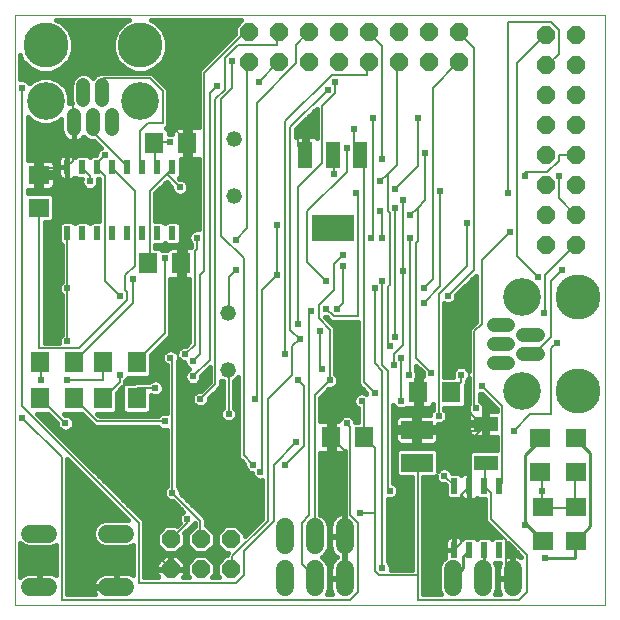
<source format=gbl>
G75*
%MOIN*%
%OFA0B0*%
%FSLAX25Y25*%
%IPPOS*%
%LPD*%
%AMOC8*
5,1,8,0,0,1.08239X$1,22.5*
%
%ADD10C,0.00000*%
%ADD11C,0.06000*%
%ADD12R,0.10630X0.06299*%
%ADD13OC8,0.06000*%
%ADD14R,0.02362X0.05512*%
%ADD15R,0.08000X0.05000*%
%ADD16R,0.07098X0.06299*%
%ADD17C,0.15000*%
%ADD18C,0.12598*%
%ADD19C,0.04756*%
%ADD20R,0.04800X0.08800*%
%ADD21R,0.14173X0.08661*%
%ADD22R,0.06299X0.07087*%
%ADD23R,0.06299X0.07098*%
%ADD24C,0.05200*%
%ADD25R,0.02362X0.04724*%
%ADD26R,0.07087X0.06299*%
%ADD27C,0.00500*%
%ADD28C,0.02400*%
%ADD29C,0.01600*%
%ADD30C,0.01000*%
D10*
X0002550Y0001000D02*
X0002550Y0197850D01*
X0199400Y0197850D01*
X0199400Y0001000D01*
X0002550Y0001000D01*
D11*
X0007750Y0007100D02*
X0013750Y0007100D01*
X0013750Y0024900D02*
X0007750Y0024900D01*
X0033350Y0024900D02*
X0039350Y0024900D01*
X0039350Y0007100D02*
X0033350Y0007100D01*
X0092550Y0007000D02*
X0092550Y0013000D01*
X0092550Y0021000D02*
X0092550Y0027000D01*
X0102550Y0027000D02*
X0102550Y0021000D01*
X0102550Y0013000D02*
X0102550Y0007000D01*
X0112550Y0007000D02*
X0112550Y0013000D01*
X0112550Y0021000D02*
X0112550Y0027000D01*
X0148550Y0013000D02*
X0148550Y0007000D01*
X0158550Y0007000D02*
X0158550Y0013000D01*
X0168550Y0013000D02*
X0168550Y0007000D01*
D12*
X0136550Y0048488D03*
X0136550Y0059512D03*
D13*
X0074550Y0023000D03*
X0074550Y0013000D03*
X0064550Y0013000D03*
X0064550Y0023000D03*
X0054550Y0023000D03*
X0054550Y0013000D03*
X0179550Y0121000D03*
X0179550Y0131000D03*
X0179550Y0141000D03*
X0179550Y0151000D03*
X0179550Y0161000D03*
X0179550Y0171000D03*
X0179550Y0181000D03*
X0179550Y0191000D03*
X0189550Y0191000D03*
X0189550Y0181000D03*
X0189550Y0171000D03*
X0189550Y0161000D03*
X0189550Y0151000D03*
X0189550Y0141000D03*
X0189550Y0131000D03*
X0189550Y0121000D03*
X0150550Y0182000D03*
X0150550Y0192000D03*
X0140550Y0192000D03*
X0130550Y0192000D03*
X0130550Y0182000D03*
X0140550Y0182000D03*
X0120550Y0182000D03*
X0120550Y0192000D03*
X0110550Y0192000D03*
X0110550Y0182000D03*
X0100550Y0182000D03*
X0090550Y0182000D03*
X0090550Y0192000D03*
X0100550Y0192000D03*
X0080550Y0192000D03*
X0080550Y0182000D03*
D14*
X0149050Y0040630D03*
X0154050Y0040630D03*
X0159050Y0040630D03*
X0164050Y0040630D03*
X0164050Y0019370D03*
X0159050Y0019370D03*
X0154050Y0019370D03*
X0149050Y0019370D03*
D15*
X0159550Y0048500D03*
X0159550Y0061500D03*
D16*
X0177550Y0056598D03*
X0177550Y0045402D03*
X0178550Y0033598D03*
X0189550Y0033598D03*
X0189550Y0045402D03*
X0189550Y0056598D03*
X0189550Y0022402D03*
X0178550Y0022402D03*
D17*
X0190196Y0072252D03*
X0190196Y0103748D03*
X0044298Y0187646D03*
X0012802Y0187646D03*
D18*
X0012802Y0169142D03*
X0044298Y0169142D03*
X0171692Y0103748D03*
X0171692Y0072252D03*
D19*
X0166967Y0081701D02*
X0162211Y0081701D01*
X0162211Y0088000D02*
X0166967Y0088000D01*
X0172085Y0084850D02*
X0176841Y0084850D01*
X0176841Y0091150D02*
X0172085Y0091150D01*
X0166967Y0094299D02*
X0162211Y0094299D01*
X0034849Y0159661D02*
X0034849Y0164417D01*
X0031700Y0169535D02*
X0031700Y0174291D01*
X0025400Y0174291D02*
X0025400Y0169535D01*
X0022251Y0164417D02*
X0022251Y0159661D01*
X0028550Y0159661D02*
X0028550Y0164417D01*
D20*
X0099450Y0151200D03*
X0108550Y0151200D03*
X0117650Y0151200D03*
D21*
X0108550Y0126799D03*
D22*
X0060062Y0155000D03*
X0049038Y0155000D03*
X0047038Y0115000D03*
X0058062Y0115000D03*
X0108038Y0057000D03*
X0119062Y0057000D03*
X0137038Y0072000D03*
X0148062Y0072000D03*
D23*
X0043148Y0070000D03*
X0031952Y0070000D03*
X0022148Y0070000D03*
X0010952Y0070000D03*
X0010952Y0082000D03*
X0022148Y0082000D03*
X0031952Y0082000D03*
X0043148Y0082000D03*
D24*
X0073550Y0079500D03*
X0073550Y0098500D03*
X0075550Y0137500D03*
X0075550Y0156500D03*
D25*
X0055050Y0147024D03*
X0050050Y0147024D03*
X0045050Y0147024D03*
X0040050Y0147024D03*
X0035050Y0147024D03*
X0030050Y0147024D03*
X0025050Y0147024D03*
X0020050Y0147024D03*
X0020050Y0124976D03*
X0025050Y0124976D03*
X0030050Y0124976D03*
X0035050Y0124976D03*
X0040050Y0124976D03*
X0045050Y0124976D03*
X0050050Y0124976D03*
X0055050Y0124976D03*
D26*
X0010550Y0133488D03*
X0010550Y0144512D03*
D27*
X0010675Y0144750D01*
X0010675Y0146625D01*
X0020050Y0146625D01*
X0020050Y0147024D01*
X0020050Y0147250D01*
X0021925Y0149125D01*
X0021925Y0164125D01*
X0022251Y0164417D01*
X0021925Y0164750D01*
X0021925Y0178500D01*
X0047550Y0178500D01*
X0053800Y0172250D01*
X0053800Y0161625D01*
X0060050Y0155375D01*
X0060062Y0155000D01*
X0060050Y0154750D01*
X0060050Y0121000D01*
X0060675Y0121000D01*
X0060050Y0121000D02*
X0060050Y0117250D01*
X0058175Y0115375D01*
X0058062Y0115000D01*
X0057550Y0114750D01*
X0056925Y0114125D01*
X0056925Y0040375D01*
X0068800Y0028500D01*
X0068800Y0021000D01*
X0065050Y0017250D01*
X0055050Y0017250D01*
X0055050Y0013500D01*
X0054550Y0013000D01*
X0054425Y0013500D01*
X0050050Y0017875D01*
X0050050Y0029750D01*
X0043800Y0028500D02*
X0005050Y0067250D01*
X0005050Y0173500D01*
X0028550Y0164417D02*
X0028800Y0164125D01*
X0028800Y0158500D01*
X0040050Y0147250D01*
X0040050Y0147024D01*
X0044425Y0147875D02*
X0045050Y0147250D01*
X0045050Y0147024D01*
X0044425Y0147875D02*
X0044425Y0159125D01*
X0046925Y0161625D01*
X0051925Y0161625D01*
X0051925Y0172250D01*
X0047550Y0176625D01*
X0031925Y0176625D01*
X0031925Y0169750D01*
X0031700Y0169535D01*
X0049038Y0155000D02*
X0049425Y0155375D01*
X0054425Y0155375D01*
X0049425Y0154750D02*
X0049038Y0155000D01*
X0049425Y0154750D02*
X0049425Y0147875D01*
X0050050Y0147250D01*
X0050050Y0147024D01*
X0053175Y0144750D02*
X0057550Y0140375D01*
X0053175Y0144750D02*
X0055050Y0146625D01*
X0055050Y0147024D01*
X0053175Y0144750D02*
X0047550Y0139125D01*
X0047550Y0115375D01*
X0047038Y0115000D01*
X0042550Y0114125D02*
X0039425Y0111000D01*
X0039425Y0106000D01*
X0040050Y0105375D01*
X0040050Y0102875D01*
X0023800Y0086625D01*
X0010675Y0086625D01*
X0010675Y0132875D01*
X0010550Y0133488D01*
X0020050Y0124976D02*
X0020050Y0106625D01*
X0020050Y0089125D01*
X0022550Y0082250D02*
X0022148Y0082000D01*
X0022550Y0082250D02*
X0041925Y0101625D01*
X0041925Y0109750D01*
X0042550Y0114125D02*
X0042550Y0139125D01*
X0035050Y0146625D01*
X0035050Y0147024D01*
X0032550Y0144125D02*
X0030050Y0146625D01*
X0030050Y0147024D01*
X0030050Y0148500D01*
X0032550Y0151000D01*
X0032550Y0144125D02*
X0032550Y0109125D01*
X0037550Y0104125D01*
X0052550Y0116625D02*
X0052550Y0091625D01*
X0043175Y0082250D01*
X0043148Y0082000D01*
X0037550Y0077875D02*
X0037550Y0075375D01*
X0032550Y0070375D01*
X0031952Y0070000D01*
X0031925Y0076000D02*
X0031925Y0081625D01*
X0031952Y0082000D01*
X0031925Y0076000D02*
X0020050Y0076000D01*
X0022148Y0070000D02*
X0022550Y0069750D01*
X0030050Y0062250D01*
X0052550Y0062250D01*
X0043148Y0070000D02*
X0043175Y0070375D01*
X0043175Y0073500D01*
X0049425Y0073500D01*
X0055050Y0082875D02*
X0055050Y0038500D01*
X0064425Y0029125D01*
X0064425Y0023500D01*
X0064550Y0023000D01*
X0060050Y0028500D02*
X0060050Y0029750D01*
X0060050Y0028500D02*
X0054550Y0023000D01*
X0043800Y0028500D02*
X0043800Y0008500D01*
X0076300Y0008500D01*
X0078800Y0011000D01*
X0078800Y0019125D01*
X0088800Y0029125D01*
X0088800Y0047875D01*
X0096300Y0055375D01*
X0098800Y0054125D02*
X0092550Y0047875D01*
X0085050Y0046000D02*
X0084425Y0045375D01*
X0085050Y0046000D02*
X0085050Y0106000D01*
X0090050Y0111000D01*
X0090050Y0127875D01*
X0080050Y0126625D02*
X0080050Y0181625D01*
X0080550Y0182000D01*
X0075050Y0182250D02*
X0075050Y0173500D01*
X0071300Y0169750D01*
X0071300Y0124125D01*
X0078800Y0116625D01*
X0078800Y0051000D01*
X0081925Y0047875D01*
X0098800Y0054125D02*
X0098800Y0074125D01*
X0096925Y0076000D01*
X0095050Y0077875D02*
X0086925Y0069750D01*
X0086925Y0029125D01*
X0075050Y0017250D01*
X0075050Y0013500D01*
X0074550Y0013000D01*
X0098175Y0014750D02*
X0102550Y0010375D01*
X0102550Y0010000D01*
X0098175Y0014750D02*
X0098175Y0028500D01*
X0100675Y0031000D01*
X0100675Y0098500D01*
X0101300Y0099125D01*
X0103800Y0101000D02*
X0103800Y0096625D01*
X0107550Y0092875D01*
X0107550Y0076000D01*
X0102550Y0071000D01*
X0102550Y0024000D01*
X0112550Y0024000D02*
X0112550Y0052250D01*
X0108175Y0056625D01*
X0108038Y0057000D01*
X0108175Y0057250D01*
X0108175Y0071000D01*
X0113175Y0076000D01*
X0118800Y0075375D02*
X0118800Y0150375D01*
X0118175Y0151000D01*
X0117650Y0151200D01*
X0117550Y0151625D01*
X0115675Y0153500D01*
X0115675Y0159750D01*
X0113175Y0153500D02*
X0113175Y0145375D01*
X0100050Y0132250D01*
X0100050Y0115375D01*
X0106300Y0109125D01*
X0108800Y0106000D02*
X0103800Y0101000D01*
X0106300Y0099750D02*
X0108800Y0097250D01*
X0116925Y0097250D01*
X0116925Y0137875D01*
X0116300Y0138500D01*
X0124425Y0142250D02*
X0126925Y0144750D01*
X0126925Y0132250D01*
X0127550Y0131625D01*
X0127550Y0107875D01*
X0126925Y0107250D01*
X0126925Y0087875D01*
X0127550Y0087250D01*
X0128800Y0084750D02*
X0131925Y0087875D01*
X0131925Y0112250D01*
X0131925Y0136000D01*
X0129425Y0133500D02*
X0129425Y0090375D01*
X0128800Y0084750D02*
X0128800Y0081000D01*
X0126925Y0079125D02*
X0125050Y0081000D01*
X0125050Y0109125D01*
X0122550Y0106625D02*
X0122550Y0081625D01*
X0125050Y0079125D01*
X0125050Y0013500D01*
X0123800Y0011000D02*
X0136925Y0011000D01*
X0136925Y0002875D01*
X0170675Y0002875D01*
X0173175Y0005375D01*
X0173175Y0017875D01*
X0161300Y0029750D01*
X0161300Y0038500D01*
X0159425Y0040375D01*
X0159050Y0040630D01*
X0159425Y0041000D01*
X0159425Y0048500D01*
X0159550Y0048500D01*
X0165050Y0041625D02*
X0165050Y0067250D01*
X0158175Y0074125D01*
X0155675Y0067250D02*
X0155675Y0092250D01*
X0158175Y0094750D01*
X0158175Y0116000D01*
X0167550Y0125375D01*
X0170050Y0117250D02*
X0170050Y0181625D01*
X0179425Y0191000D01*
X0179550Y0191000D01*
X0183800Y0192875D02*
X0181300Y0195375D01*
X0166925Y0195375D01*
X0166925Y0138500D01*
X0172550Y0144125D02*
X0172550Y0145375D01*
X0180050Y0145375D01*
X0183800Y0149125D01*
X0183800Y0151000D01*
X0189550Y0151000D01*
X0183800Y0144125D02*
X0183800Y0136625D01*
X0189425Y0131000D01*
X0189550Y0131000D01*
X0189425Y0121000D02*
X0189550Y0121000D01*
X0189425Y0121000D02*
X0179425Y0111000D01*
X0179425Y0099125D01*
X0178800Y0098500D01*
X0181300Y0090375D02*
X0176300Y0085375D01*
X0172550Y0085375D01*
X0172085Y0084850D01*
X0181300Y0086625D02*
X0183175Y0088500D01*
X0181300Y0086625D02*
X0181300Y0064750D01*
X0174425Y0064750D01*
X0168800Y0059125D01*
X0159550Y0061500D02*
X0157550Y0059125D01*
X0136925Y0059125D01*
X0136550Y0059512D01*
X0136925Y0059750D01*
X0136925Y0071625D01*
X0137038Y0072000D01*
X0131300Y0069125D02*
X0131300Y0083500D01*
X0136300Y0083500D02*
X0136300Y0121625D01*
X0136925Y0122250D01*
X0136925Y0133500D01*
X0134425Y0131000D01*
X0136925Y0133500D02*
X0139425Y0136000D01*
X0139425Y0151625D01*
X0136925Y0147250D02*
X0136925Y0163500D01*
X0141925Y0173500D02*
X0150050Y0181625D01*
X0150550Y0182000D01*
X0155675Y0186625D02*
X0150675Y0191625D01*
X0150550Y0192000D01*
X0155675Y0186625D02*
X0155675Y0112875D01*
X0146925Y0104125D01*
X0143800Y0104750D02*
X0153175Y0114125D01*
X0153175Y0128500D01*
X0144425Y0139125D02*
X0144425Y0107250D01*
X0138800Y0101625D01*
X0138800Y0106625D02*
X0141925Y0109750D01*
X0141925Y0173500D01*
X0130550Y0182000D02*
X0130050Y0181625D01*
X0130050Y0147875D01*
X0126925Y0144750D01*
X0125050Y0149750D02*
X0125050Y0187250D01*
X0120675Y0191625D01*
X0120550Y0192000D01*
X0120550Y0182000D02*
X0120050Y0181625D01*
X0120050Y0177875D01*
X0108175Y0177875D01*
X0092550Y0162250D01*
X0092550Y0084750D01*
X0095050Y0087250D02*
X0095050Y0077875D01*
X0095050Y0087250D02*
X0097550Y0089750D01*
X0094425Y0092875D01*
X0094425Y0160375D01*
X0106925Y0172875D01*
X0109425Y0171625D02*
X0109425Y0175375D01*
X0109425Y0171625D02*
X0105050Y0167250D01*
X0105050Y0148500D01*
X0096925Y0140375D01*
X0096925Y0094750D01*
X0104425Y0092250D02*
X0104425Y0080375D01*
X0105050Y0079750D01*
X0118800Y0075375D02*
X0122550Y0071625D01*
X0118800Y0068500D02*
X0118800Y0057250D01*
X0119062Y0057000D01*
X0119425Y0056625D01*
X0122550Y0053500D01*
X0122550Y0031625D01*
X0117550Y0031625D01*
X0116925Y0028500D02*
X0114425Y0031000D01*
X0114425Y0060375D01*
X0113175Y0061625D01*
X0118800Y0068500D02*
X0118175Y0069125D01*
X0126925Y0079125D02*
X0126925Y0039750D01*
X0127550Y0039125D01*
X0122550Y0031625D02*
X0122550Y0012250D01*
X0123800Y0011000D01*
X0116925Y0005375D02*
X0114425Y0002875D01*
X0018175Y0002875D01*
X0018175Y0050375D01*
X0005050Y0063500D01*
X0010952Y0070000D02*
X0011300Y0069750D01*
X0019425Y0061625D01*
X0011300Y0076000D02*
X0011300Y0081625D01*
X0010952Y0082000D01*
X0054425Y0083500D02*
X0055050Y0082875D01*
X0059425Y0084750D02*
X0062550Y0087875D01*
X0062550Y0119125D01*
X0063175Y0119750D01*
X0063175Y0123500D01*
X0065675Y0112250D02*
X0064425Y0111000D01*
X0064425Y0084750D01*
X0061925Y0082250D01*
X0061925Y0077250D02*
X0067550Y0082875D01*
X0067550Y0171625D01*
X0070050Y0174125D01*
X0072550Y0172875D02*
X0072550Y0183500D01*
X0076925Y0187875D01*
X0090050Y0187875D01*
X0090050Y0191625D01*
X0090550Y0192000D01*
X0096300Y0187875D02*
X0100050Y0191625D01*
X0100550Y0192000D01*
X0096300Y0187875D02*
X0096300Y0181625D01*
X0083175Y0168500D01*
X0083175Y0070375D01*
X0082550Y0069750D01*
X0073800Y0064750D02*
X0073800Y0079125D01*
X0073550Y0079500D01*
X0069425Y0074750D02*
X0069425Y0169750D01*
X0072550Y0172875D01*
X0065675Y0178500D02*
X0078800Y0191625D01*
X0080050Y0191625D01*
X0080550Y0192000D01*
X0090050Y0181625D02*
X0090550Y0182000D01*
X0090050Y0181625D02*
X0083800Y0175375D01*
X0065675Y0178500D02*
X0065675Y0112250D01*
X0073800Y0110375D02*
X0073800Y0098500D01*
X0073550Y0098500D01*
X0073800Y0110375D02*
X0076300Y0112875D01*
X0076300Y0122875D02*
X0080050Y0126625D01*
X0099450Y0151200D02*
X0099425Y0151625D01*
X0096925Y0154125D01*
X0096925Y0157875D01*
X0108550Y0151200D02*
X0108800Y0151000D01*
X0108800Y0144750D01*
X0124425Y0132250D02*
X0125050Y0131625D01*
X0125050Y0123500D01*
X0121925Y0124125D02*
X0121925Y0163500D01*
X0136925Y0147250D02*
X0129425Y0139750D01*
X0134425Y0123500D02*
X0134425Y0078500D01*
X0133800Y0077875D01*
X0136300Y0083500D02*
X0141300Y0078500D01*
X0148175Y0072250D02*
X0148062Y0072000D01*
X0148175Y0072250D02*
X0151300Y0075375D01*
X0151300Y0077875D01*
X0155675Y0067250D02*
X0156300Y0066625D01*
X0153800Y0065375D02*
X0158800Y0060375D01*
X0159550Y0061500D01*
X0159425Y0061000D01*
X0158800Y0060375D01*
X0157550Y0059125D01*
X0154425Y0056000D01*
X0154425Y0041000D01*
X0154050Y0040630D01*
X0153800Y0040375D01*
X0151300Y0037875D01*
X0166300Y0022875D01*
X0166300Y0012250D01*
X0168550Y0010000D01*
X0151300Y0021625D02*
X0151300Y0037875D01*
X0149050Y0040630D02*
X0148800Y0041000D01*
X0145675Y0044125D01*
X0136925Y0047875D02*
X0136550Y0048488D01*
X0136925Y0047875D02*
X0136925Y0011000D01*
X0149050Y0019370D02*
X0149425Y0019750D01*
X0151300Y0021625D01*
X0164050Y0040630D02*
X0164425Y0041000D01*
X0165050Y0041625D01*
X0177550Y0045375D02*
X0177550Y0045402D01*
X0177550Y0045375D02*
X0178175Y0044750D01*
X0178175Y0039125D01*
X0178175Y0034125D01*
X0178550Y0033598D01*
X0178800Y0033500D01*
X0189425Y0033500D01*
X0189550Y0033598D01*
X0189425Y0034125D01*
X0189425Y0045375D01*
X0189550Y0045402D01*
X0153800Y0065375D02*
X0153800Y0094125D01*
X0143800Y0104750D02*
X0143800Y0064125D01*
X0116925Y0028500D02*
X0116925Y0005375D01*
X0064425Y0069750D02*
X0069425Y0074750D01*
X0108800Y0106000D02*
X0108800Y0114750D01*
X0111925Y0117875D01*
X0111925Y0114125D02*
X0111925Y0101625D01*
X0110050Y0099750D01*
X0121300Y0123500D02*
X0121925Y0124125D01*
X0170050Y0117250D02*
X0176925Y0110375D01*
X0181300Y0109125D02*
X0181300Y0090375D01*
X0181300Y0109125D02*
X0185050Y0112875D01*
X0180050Y0181000D02*
X0179550Y0181000D01*
X0180050Y0181000D02*
X0183800Y0184750D01*
X0183800Y0192875D01*
X0027550Y0144125D02*
X0027550Y0142250D01*
X0027550Y0144125D02*
X0025050Y0146625D01*
X0025050Y0147024D01*
D28*
X0027550Y0142250D03*
X0032550Y0151000D03*
X0054425Y0155375D03*
X0057550Y0140375D03*
X0063175Y0123500D03*
X0060675Y0121000D03*
X0052550Y0116625D03*
X0041925Y0109750D03*
X0037550Y0104125D03*
X0020050Y0106625D03*
X0020050Y0089125D03*
X0020050Y0076000D03*
X0011300Y0076000D03*
X0005050Y0063500D03*
X0019425Y0061625D03*
X0037550Y0077875D03*
X0049425Y0073500D03*
X0054425Y0083500D03*
X0059425Y0084750D03*
X0061925Y0082250D03*
X0061925Y0077250D03*
X0064425Y0069750D03*
X0073800Y0064750D03*
X0082550Y0069750D03*
X0096925Y0076000D03*
X0105050Y0079750D03*
X0107550Y0076000D03*
X0113175Y0076000D03*
X0118175Y0069125D03*
X0122550Y0071625D03*
X0131300Y0069125D03*
X0133800Y0077875D03*
X0128800Y0081000D03*
X0131300Y0083500D03*
X0127550Y0087250D03*
X0129425Y0090375D03*
X0138800Y0101625D03*
X0138800Y0106625D03*
X0131925Y0112250D03*
X0125050Y0109125D03*
X0122550Y0106625D03*
X0111925Y0114125D03*
X0111925Y0117875D03*
X0106300Y0109125D03*
X0106300Y0099750D03*
X0110050Y0099750D03*
X0104425Y0092250D03*
X0097550Y0089750D03*
X0096925Y0094750D03*
X0101300Y0099125D03*
X0090050Y0111000D03*
X0076300Y0112875D03*
X0076300Y0122875D03*
X0090050Y0127875D03*
X0108800Y0144750D03*
X0116300Y0138500D03*
X0124425Y0142250D03*
X0129425Y0139750D03*
X0131925Y0136000D03*
X0129425Y0133500D03*
X0124425Y0132250D03*
X0125050Y0123500D03*
X0121300Y0123500D03*
X0134425Y0123500D03*
X0134425Y0131000D03*
X0144425Y0139125D03*
X0153175Y0128500D03*
X0167550Y0125375D03*
X0166925Y0138500D03*
X0172550Y0144125D03*
X0183800Y0144125D03*
X0185050Y0112875D03*
X0176925Y0110375D03*
X0178800Y0098500D03*
X0183175Y0088500D03*
X0158175Y0074125D03*
X0156300Y0066625D03*
X0151300Y0077875D03*
X0141300Y0078500D03*
X0143800Y0064125D03*
X0145675Y0044125D03*
X0127550Y0039125D03*
X0117550Y0031625D03*
X0125050Y0013500D03*
X0092550Y0047875D03*
X0096300Y0055375D03*
X0084425Y0045375D03*
X0081925Y0047875D03*
X0060050Y0029750D03*
X0055050Y0038500D03*
X0050050Y0029750D03*
X0052550Y0062250D03*
X0092550Y0084750D03*
X0113175Y0061625D03*
X0153800Y0094125D03*
X0146925Y0104125D03*
X0125050Y0149750D03*
X0115675Y0159750D03*
X0113175Y0153500D03*
X0121925Y0163500D03*
X0109425Y0175375D03*
X0106925Y0172875D03*
X0096925Y0157875D03*
X0083800Y0175375D03*
X0075050Y0182250D03*
X0070050Y0174125D03*
X0005050Y0173500D03*
X0136925Y0163500D03*
X0139425Y0151625D03*
X0168800Y0059125D03*
X0178175Y0039125D03*
X0172550Y0027875D03*
X0179425Y0016625D03*
D29*
X0171318Y0016922D02*
X0171066Y0017105D01*
X0170393Y0017448D01*
X0169674Y0017682D01*
X0168928Y0017800D01*
X0168750Y0017800D01*
X0168750Y0010200D01*
X0168350Y0010200D01*
X0168350Y0017800D01*
X0168172Y0017800D01*
X0167426Y0017682D01*
X0166838Y0017491D01*
X0166838Y0021586D01*
X0171318Y0017106D01*
X0171318Y0016922D01*
X0171318Y0016985D02*
X0171231Y0016985D01*
X0169840Y0018584D02*
X0166838Y0018584D01*
X0166838Y0020182D02*
X0168242Y0020182D01*
X0168350Y0016985D02*
X0168750Y0016985D01*
X0168750Y0015387D02*
X0168350Y0015387D01*
X0168350Y0013788D02*
X0168750Y0013788D01*
X0168750Y0012190D02*
X0168350Y0012190D01*
X0168350Y0010591D02*
X0168750Y0010591D01*
X0168350Y0010200D02*
X0168350Y0009800D01*
X0163750Y0009800D01*
X0163750Y0006622D01*
X0163868Y0005876D01*
X0164102Y0005157D01*
X0164318Y0004732D01*
X0162597Y0004732D01*
X0163157Y0006084D01*
X0163157Y0013916D01*
X0162705Y0015007D01*
X0164186Y0015007D01*
X0164102Y0014843D01*
X0163868Y0014124D01*
X0163750Y0013378D01*
X0163750Y0010200D01*
X0168350Y0010200D01*
X0163750Y0010591D02*
X0163157Y0010591D01*
X0163157Y0008993D02*
X0163750Y0008993D01*
X0163750Y0007394D02*
X0163157Y0007394D01*
X0163038Y0005796D02*
X0163894Y0005796D01*
X0163750Y0012190D02*
X0163157Y0012190D01*
X0163157Y0013788D02*
X0163815Y0013788D01*
X0161550Y0023080D02*
X0160897Y0023733D01*
X0157203Y0023733D01*
X0156550Y0023080D01*
X0155897Y0023733D01*
X0152203Y0023733D01*
X0151682Y0023212D01*
X0151671Y0023231D01*
X0151336Y0023566D01*
X0150926Y0023803D01*
X0150468Y0023926D01*
X0149050Y0023926D01*
X0149050Y0019370D01*
X0146069Y0019370D01*
X0146069Y0016959D01*
X0145940Y0016906D01*
X0144644Y0015610D01*
X0143943Y0013916D01*
X0143943Y0006084D01*
X0144503Y0004732D01*
X0138782Y0004732D01*
X0138782Y0043731D01*
X0142531Y0043731D01*
X0142868Y0044069D01*
X0142868Y0043567D01*
X0143295Y0042535D01*
X0144085Y0041745D01*
X0145117Y0041318D01*
X0145856Y0041318D01*
X0146262Y0040912D01*
X0146262Y0037208D01*
X0147203Y0036267D01*
X0150897Y0036267D01*
X0151418Y0036788D01*
X0151429Y0036769D01*
X0151764Y0036434D01*
X0152174Y0036197D01*
X0152632Y0036074D01*
X0154050Y0036074D01*
X0155468Y0036074D01*
X0155926Y0036197D01*
X0156336Y0036434D01*
X0156671Y0036769D01*
X0156682Y0036788D01*
X0157203Y0036267D01*
X0159443Y0036267D01*
X0159443Y0028981D01*
X0164691Y0023733D01*
X0162203Y0023733D01*
X0161550Y0023080D01*
X0161251Y0023379D02*
X0161849Y0023379D01*
X0163446Y0024978D02*
X0138782Y0024978D01*
X0138782Y0026576D02*
X0161847Y0026576D01*
X0160249Y0028175D02*
X0138782Y0028175D01*
X0138782Y0029773D02*
X0159443Y0029773D01*
X0159443Y0031372D02*
X0138782Y0031372D01*
X0138782Y0032970D02*
X0159443Y0032970D01*
X0159443Y0034569D02*
X0138782Y0034569D01*
X0138782Y0036167D02*
X0152284Y0036167D01*
X0154050Y0036167D02*
X0154050Y0036167D01*
X0154050Y0036074D02*
X0154050Y0040630D01*
X0154050Y0040630D01*
X0154050Y0045186D01*
X0154091Y0045186D01*
X0153943Y0045334D01*
X0153943Y0051666D01*
X0154884Y0052607D01*
X0163193Y0052607D01*
X0163193Y0057200D01*
X0160000Y0057200D01*
X0160000Y0061050D01*
X0159100Y0061050D01*
X0159100Y0057200D01*
X0155313Y0057200D01*
X0154855Y0057323D01*
X0154445Y0057560D01*
X0154110Y0057895D01*
X0153873Y0058305D01*
X0153750Y0058763D01*
X0153750Y0061050D01*
X0159100Y0061050D01*
X0159100Y0061950D01*
X0159100Y0065800D01*
X0158997Y0065800D01*
X0159107Y0066067D01*
X0159107Y0067183D01*
X0158680Y0068215D01*
X0157890Y0069005D01*
X0157532Y0069153D01*
X0157532Y0071353D01*
X0157617Y0071318D01*
X0158356Y0071318D01*
X0163193Y0066481D01*
X0163193Y0065800D01*
X0160000Y0065800D01*
X0160000Y0061950D01*
X0159100Y0061950D01*
X0153750Y0061950D01*
X0153750Y0064237D01*
X0153873Y0064695D01*
X0154015Y0064941D01*
X0153920Y0065035D01*
X0153493Y0066067D01*
X0153493Y0067183D01*
X0153818Y0067968D01*
X0153818Y0076619D01*
X0153680Y0076285D01*
X0153157Y0075762D01*
X0153157Y0074606D01*
X0152818Y0074267D01*
X0152818Y0067791D01*
X0151877Y0066850D01*
X0145657Y0066850D01*
X0145657Y0066238D01*
X0146180Y0065715D01*
X0146607Y0064683D01*
X0146607Y0063567D01*
X0146180Y0062535D01*
X0145390Y0061745D01*
X0144358Y0061318D01*
X0143665Y0061318D01*
X0143665Y0060287D01*
X0137325Y0060287D01*
X0135775Y0060287D01*
X0135775Y0064461D01*
X0130998Y0064461D01*
X0130540Y0064339D01*
X0130130Y0064102D01*
X0129795Y0063767D01*
X0129558Y0063356D01*
X0129435Y0062898D01*
X0129435Y0060287D01*
X0135775Y0060287D01*
X0135775Y0058737D01*
X0129435Y0058737D01*
X0129435Y0056125D01*
X0129558Y0055667D01*
X0129795Y0055257D01*
X0130130Y0054922D01*
X0130540Y0054685D01*
X0130998Y0054562D01*
X0135775Y0054562D01*
X0135775Y0058737D01*
X0137325Y0058737D01*
X0137325Y0060287D01*
X0137325Y0064461D01*
X0140993Y0064461D01*
X0140993Y0064683D01*
X0141420Y0065715D01*
X0141943Y0066238D01*
X0141943Y0068052D01*
X0141865Y0067762D01*
X0141628Y0067351D01*
X0141293Y0067016D01*
X0140883Y0066779D01*
X0140425Y0066657D01*
X0137813Y0066657D01*
X0137813Y0071225D01*
X0136263Y0071225D01*
X0136263Y0066657D01*
X0133652Y0066657D01*
X0133194Y0066779D01*
X0133023Y0066878D01*
X0132890Y0066745D01*
X0131858Y0066318D01*
X0130742Y0066318D01*
X0129710Y0066745D01*
X0128920Y0067535D01*
X0128782Y0067869D01*
X0128782Y0041653D01*
X0129140Y0041505D01*
X0129930Y0040715D01*
X0130357Y0039683D01*
X0130357Y0038567D01*
X0129930Y0037535D01*
X0129140Y0036745D01*
X0128108Y0036318D01*
X0126992Y0036318D01*
X0126907Y0036353D01*
X0126907Y0015613D01*
X0127430Y0015090D01*
X0127857Y0014058D01*
X0127857Y0012942D01*
X0127822Y0012857D01*
X0135068Y0012857D01*
X0135068Y0043731D01*
X0130569Y0043731D01*
X0129628Y0044673D01*
X0129628Y0052303D01*
X0130569Y0053245D01*
X0142531Y0053245D01*
X0143472Y0052303D01*
X0143472Y0045892D01*
X0144085Y0046505D01*
X0145117Y0046932D01*
X0146233Y0046932D01*
X0147265Y0046505D01*
X0148055Y0045715D01*
X0148354Y0044993D01*
X0150897Y0044993D01*
X0151418Y0044472D01*
X0151429Y0044491D01*
X0151764Y0044826D01*
X0152174Y0045063D01*
X0152632Y0045186D01*
X0154050Y0045186D01*
X0154050Y0040630D01*
X0154050Y0040630D01*
X0154050Y0036074D01*
X0154050Y0037766D02*
X0154050Y0037766D01*
X0154050Y0039364D02*
X0154050Y0039364D01*
X0154050Y0040963D02*
X0154050Y0040963D01*
X0154050Y0042561D02*
X0154050Y0042561D01*
X0154050Y0044160D02*
X0154050Y0044160D01*
X0153943Y0045758D02*
X0148011Y0045758D01*
X0143472Y0047357D02*
X0153943Y0047357D01*
X0153943Y0048955D02*
X0143472Y0048955D01*
X0143472Y0050554D02*
X0153943Y0050554D01*
X0154430Y0052152D02*
X0143472Y0052152D01*
X0142560Y0054685D02*
X0142970Y0054922D01*
X0143305Y0055257D01*
X0143542Y0055667D01*
X0143665Y0056125D01*
X0143665Y0058737D01*
X0137325Y0058737D01*
X0137325Y0054562D01*
X0142102Y0054562D01*
X0142560Y0054685D01*
X0143359Y0055349D02*
X0163193Y0055349D01*
X0163193Y0053751D02*
X0128782Y0053751D01*
X0128782Y0055349D02*
X0129741Y0055349D01*
X0129435Y0056948D02*
X0128782Y0056948D01*
X0128782Y0058546D02*
X0129435Y0058546D01*
X0128782Y0060145D02*
X0135775Y0060145D01*
X0137325Y0060145D02*
X0153750Y0060145D01*
X0153808Y0058546D02*
X0143665Y0058546D01*
X0143665Y0056948D02*
X0163193Y0056948D01*
X0160000Y0058546D02*
X0159100Y0058546D01*
X0159100Y0060145D02*
X0160000Y0060145D01*
X0159100Y0061743D02*
X0145386Y0061743D01*
X0146514Y0063342D02*
X0153750Y0063342D01*
X0154015Y0064940D02*
X0146501Y0064940D01*
X0145657Y0066539D02*
X0153493Y0066539D01*
X0153818Y0068137D02*
X0152818Y0068137D01*
X0152818Y0069736D02*
X0153818Y0069736D01*
X0153818Y0071334D02*
X0152818Y0071334D01*
X0152818Y0072933D02*
X0153818Y0072933D01*
X0153818Y0074532D02*
X0153083Y0074532D01*
X0153525Y0076130D02*
X0153818Y0076130D01*
X0153818Y0079131D02*
X0153680Y0079465D01*
X0152890Y0080255D01*
X0151858Y0080682D01*
X0150742Y0080682D01*
X0149710Y0080255D01*
X0148920Y0079465D01*
X0148493Y0078433D01*
X0148493Y0077317D01*
X0148562Y0077150D01*
X0145657Y0077150D01*
X0145657Y0101612D01*
X0146367Y0101318D01*
X0147483Y0101318D01*
X0148515Y0101745D01*
X0149305Y0102535D01*
X0149732Y0103567D01*
X0149732Y0104306D01*
X0156318Y0110892D01*
X0156318Y0095519D01*
X0153818Y0093019D01*
X0153818Y0079131D01*
X0153818Y0079327D02*
X0153737Y0079327D01*
X0153818Y0080926D02*
X0145657Y0080926D01*
X0145657Y0082524D02*
X0153818Y0082524D01*
X0153818Y0084123D02*
X0145657Y0084123D01*
X0145657Y0085721D02*
X0153818Y0085721D01*
X0153818Y0087320D02*
X0145657Y0087320D01*
X0145657Y0088918D02*
X0153818Y0088918D01*
X0153818Y0090517D02*
X0145657Y0090517D01*
X0145657Y0092115D02*
X0153818Y0092115D01*
X0154512Y0093714D02*
X0145657Y0093714D01*
X0145657Y0095312D02*
X0156111Y0095312D01*
X0156318Y0096911D02*
X0145657Y0096911D01*
X0145657Y0098509D02*
X0156318Y0098509D01*
X0156318Y0100108D02*
X0145657Y0100108D01*
X0148421Y0101706D02*
X0156318Y0101706D01*
X0156318Y0103305D02*
X0149624Y0103305D01*
X0150330Y0104903D02*
X0156318Y0104903D01*
X0156318Y0106502D02*
X0151928Y0106502D01*
X0153527Y0108100D02*
X0156318Y0108100D01*
X0156318Y0109699D02*
X0155125Y0109699D01*
X0148863Y0079327D02*
X0145657Y0079327D01*
X0145657Y0077729D02*
X0148493Y0077729D01*
X0157532Y0071334D02*
X0157577Y0071334D01*
X0157532Y0069736D02*
X0159938Y0069736D01*
X0158712Y0068137D02*
X0161536Y0068137D01*
X0163135Y0066539D02*
X0159107Y0066539D01*
X0159100Y0064940D02*
X0160000Y0064940D01*
X0160000Y0063342D02*
X0159100Y0063342D01*
X0141943Y0066539D02*
X0132392Y0066539D01*
X0130208Y0066539D02*
X0128782Y0066539D01*
X0128782Y0064940D02*
X0141099Y0064940D01*
X0137325Y0063342D02*
X0135775Y0063342D01*
X0135775Y0061743D02*
X0137325Y0061743D01*
X0137325Y0058546D02*
X0135775Y0058546D01*
X0135775Y0056948D02*
X0137325Y0056948D01*
X0137325Y0055349D02*
X0135775Y0055349D01*
X0129628Y0052152D02*
X0128782Y0052152D01*
X0128782Y0050554D02*
X0129628Y0050554D01*
X0129628Y0048955D02*
X0128782Y0048955D01*
X0128782Y0047357D02*
X0129628Y0047357D01*
X0129628Y0045758D02*
X0128782Y0045758D01*
X0128782Y0044160D02*
X0130141Y0044160D01*
X0128782Y0042561D02*
X0135068Y0042561D01*
X0135068Y0040963D02*
X0129682Y0040963D01*
X0130357Y0039364D02*
X0135068Y0039364D01*
X0135068Y0037766D02*
X0130025Y0037766D01*
X0126907Y0036167D02*
X0135068Y0036167D01*
X0135068Y0034569D02*
X0126907Y0034569D01*
X0126907Y0032970D02*
X0135068Y0032970D01*
X0135068Y0031372D02*
X0126907Y0031372D01*
X0126907Y0029773D02*
X0135068Y0029773D01*
X0135068Y0028175D02*
X0126907Y0028175D01*
X0126907Y0026576D02*
X0135068Y0026576D01*
X0135068Y0024978D02*
X0126907Y0024978D01*
X0126907Y0023379D02*
X0135068Y0023379D01*
X0135068Y0021781D02*
X0126907Y0021781D01*
X0126907Y0020182D02*
X0135068Y0020182D01*
X0135068Y0018584D02*
X0126907Y0018584D01*
X0126907Y0016985D02*
X0135068Y0016985D01*
X0135068Y0015387D02*
X0127133Y0015387D01*
X0127857Y0013788D02*
X0135068Y0013788D01*
X0138782Y0013788D02*
X0143943Y0013788D01*
X0143943Y0012190D02*
X0138782Y0012190D01*
X0138782Y0010591D02*
X0143943Y0010591D01*
X0143943Y0008993D02*
X0138782Y0008993D01*
X0138782Y0007394D02*
X0143943Y0007394D01*
X0144062Y0005796D02*
X0138782Y0005796D01*
X0138782Y0015387D02*
X0144552Y0015387D01*
X0146069Y0016985D02*
X0138782Y0016985D01*
X0138782Y0018584D02*
X0146069Y0018584D01*
X0146069Y0019370D02*
X0149050Y0019370D01*
X0149050Y0019370D01*
X0149050Y0019370D01*
X0149050Y0023926D01*
X0147632Y0023926D01*
X0147174Y0023803D01*
X0146764Y0023566D01*
X0146429Y0023231D01*
X0146192Y0022821D01*
X0146069Y0022363D01*
X0146069Y0019370D01*
X0146069Y0020182D02*
X0138782Y0020182D01*
X0138782Y0021781D02*
X0146069Y0021781D01*
X0146576Y0023379D02*
X0138782Y0023379D01*
X0149050Y0023379D02*
X0149050Y0023379D01*
X0149050Y0021781D02*
X0149050Y0021781D01*
X0149050Y0020182D02*
X0149050Y0020182D01*
X0151523Y0023379D02*
X0151849Y0023379D01*
X0156251Y0023379D02*
X0156849Y0023379D01*
X0155816Y0036167D02*
X0159443Y0036167D01*
X0146262Y0037766D02*
X0138782Y0037766D01*
X0138782Y0039364D02*
X0146262Y0039364D01*
X0146211Y0040963D02*
X0138782Y0040963D01*
X0138782Y0042561D02*
X0143284Y0042561D01*
X0129435Y0061743D02*
X0128782Y0061743D01*
X0128782Y0063342D02*
X0129554Y0063342D01*
X0136263Y0068137D02*
X0137813Y0068137D01*
X0137813Y0069736D02*
X0136263Y0069736D01*
X0136263Y0072775D02*
X0136263Y0076487D01*
X0136607Y0077317D01*
X0136607Y0078433D01*
X0136282Y0079218D01*
X0136282Y0080892D01*
X0138493Y0078681D01*
X0138493Y0077942D01*
X0138741Y0077343D01*
X0137813Y0077343D01*
X0137813Y0072775D01*
X0136263Y0072775D01*
X0136263Y0072933D02*
X0137813Y0072933D01*
X0137813Y0074532D02*
X0136263Y0074532D01*
X0136263Y0076130D02*
X0137813Y0076130D01*
X0138581Y0077729D02*
X0136607Y0077729D01*
X0136282Y0079327D02*
X0137847Y0079327D01*
X0119743Y0071806D02*
X0119743Y0071514D01*
X0118733Y0071932D01*
X0117617Y0071932D01*
X0116585Y0071505D01*
X0115795Y0070715D01*
X0115368Y0069683D01*
X0115368Y0068567D01*
X0115795Y0067535D01*
X0116585Y0066745D01*
X0116943Y0066597D01*
X0116943Y0062150D01*
X0115982Y0062150D01*
X0115982Y0062183D01*
X0115555Y0063215D01*
X0114765Y0064005D01*
X0113733Y0064432D01*
X0112617Y0064432D01*
X0111585Y0064005D01*
X0110795Y0063215D01*
X0110434Y0062343D01*
X0108813Y0062343D01*
X0108813Y0057775D01*
X0107263Y0057775D01*
X0107263Y0062343D01*
X0104652Y0062343D01*
X0104407Y0062278D01*
X0104407Y0070231D01*
X0107369Y0073193D01*
X0108108Y0073193D01*
X0109140Y0073620D01*
X0109930Y0074410D01*
X0110357Y0075442D01*
X0110357Y0076558D01*
X0109930Y0077590D01*
X0109407Y0078113D01*
X0109407Y0093644D01*
X0108319Y0094732D01*
X0106108Y0096943D01*
X0106481Y0096943D01*
X0106943Y0096481D01*
X0108031Y0095393D01*
X0116943Y0095393D01*
X0116943Y0074606D01*
X0118031Y0073518D01*
X0119743Y0071806D01*
X0118616Y0072933D02*
X0107109Y0072933D01*
X0105511Y0071334D02*
X0116415Y0071334D01*
X0115390Y0069736D02*
X0104407Y0069736D01*
X0104407Y0068137D02*
X0115546Y0068137D01*
X0116943Y0066539D02*
X0104407Y0066539D01*
X0104407Y0064940D02*
X0116943Y0064940D01*
X0116943Y0063342D02*
X0115428Y0063342D01*
X0110922Y0063342D02*
X0104407Y0063342D01*
X0107263Y0061743D02*
X0108813Y0061743D01*
X0108813Y0060145D02*
X0107263Y0060145D01*
X0107263Y0058546D02*
X0108813Y0058546D01*
X0108813Y0056225D02*
X0107263Y0056225D01*
X0107263Y0051657D01*
X0104652Y0051657D01*
X0104407Y0051722D01*
X0104407Y0031217D01*
X0105160Y0030906D01*
X0106456Y0029610D01*
X0107157Y0027916D01*
X0107157Y0020084D01*
X0106456Y0018390D01*
X0105160Y0017094D01*
X0104932Y0017000D01*
X0105160Y0016906D01*
X0106456Y0015610D01*
X0107157Y0013916D01*
X0107157Y0006084D01*
X0106597Y0004732D01*
X0108318Y0004732D01*
X0108102Y0005157D01*
X0107868Y0005876D01*
X0107750Y0006622D01*
X0107750Y0009800D01*
X0112350Y0009800D01*
X0112350Y0010200D01*
X0112350Y0023800D01*
X0107750Y0023800D01*
X0107750Y0020622D01*
X0107868Y0019876D01*
X0108102Y0019157D01*
X0108445Y0018484D01*
X0108889Y0017873D01*
X0109423Y0017339D01*
X0109889Y0017000D01*
X0109423Y0016661D01*
X0108889Y0016127D01*
X0108445Y0015516D01*
X0108102Y0014843D01*
X0107868Y0014124D01*
X0107750Y0013378D01*
X0107750Y0010200D01*
X0112350Y0010200D01*
X0112750Y0010200D01*
X0112750Y0016200D01*
X0112750Y0023800D01*
X0112350Y0023800D01*
X0112350Y0024200D01*
X0112350Y0031800D01*
X0112172Y0031800D01*
X0111426Y0031682D01*
X0110707Y0031448D01*
X0110034Y0031105D01*
X0109423Y0030661D01*
X0108889Y0030127D01*
X0108445Y0029516D01*
X0108102Y0028843D01*
X0107868Y0028124D01*
X0107750Y0027378D01*
X0107750Y0024200D01*
X0112350Y0024200D01*
X0112750Y0024200D01*
X0112750Y0030049D01*
X0112568Y0030231D01*
X0112568Y0052291D01*
X0112293Y0052016D01*
X0111883Y0051779D01*
X0111425Y0051657D01*
X0108813Y0051657D01*
X0108813Y0056225D01*
X0108813Y0055349D02*
X0107263Y0055349D01*
X0107263Y0053751D02*
X0108813Y0053751D01*
X0108813Y0052152D02*
X0107263Y0052152D01*
X0104407Y0050554D02*
X0112568Y0050554D01*
X0112568Y0052152D02*
X0112429Y0052152D01*
X0112568Y0048955D02*
X0104407Y0048955D01*
X0104407Y0047357D02*
X0112568Y0047357D01*
X0112568Y0045758D02*
X0104407Y0045758D01*
X0104407Y0044160D02*
X0112568Y0044160D01*
X0112568Y0042561D02*
X0104407Y0042561D01*
X0104407Y0040963D02*
X0112568Y0040963D01*
X0112568Y0039364D02*
X0104407Y0039364D01*
X0104407Y0037766D02*
X0112568Y0037766D01*
X0112568Y0036167D02*
X0104407Y0036167D01*
X0104407Y0034569D02*
X0112568Y0034569D01*
X0112568Y0032970D02*
X0104407Y0032970D01*
X0104407Y0031372D02*
X0110557Y0031372D01*
X0112350Y0031372D02*
X0112568Y0031372D01*
X0112750Y0029773D02*
X0112350Y0029773D01*
X0112350Y0028175D02*
X0112750Y0028175D01*
X0112750Y0026576D02*
X0112350Y0026576D01*
X0112350Y0024978D02*
X0112750Y0024978D01*
X0112750Y0023379D02*
X0112350Y0023379D01*
X0112350Y0021781D02*
X0112750Y0021781D01*
X0112750Y0020182D02*
X0112350Y0020182D01*
X0112350Y0018584D02*
X0112750Y0018584D01*
X0112750Y0016985D02*
X0112350Y0016985D01*
X0112350Y0015387D02*
X0112750Y0015387D01*
X0112750Y0013788D02*
X0112350Y0013788D01*
X0112350Y0012190D02*
X0112750Y0012190D01*
X0112750Y0010591D02*
X0112350Y0010591D01*
X0107750Y0010591D02*
X0107157Y0010591D01*
X0107157Y0008993D02*
X0107750Y0008993D01*
X0107750Y0007394D02*
X0107157Y0007394D01*
X0107038Y0005796D02*
X0107894Y0005796D01*
X0107750Y0012190D02*
X0107157Y0012190D01*
X0107157Y0013788D02*
X0107815Y0013788D01*
X0108379Y0015387D02*
X0106548Y0015387D01*
X0104968Y0016985D02*
X0109869Y0016985D01*
X0108394Y0018584D02*
X0106536Y0018584D01*
X0107157Y0020182D02*
X0107820Y0020182D01*
X0107750Y0021781D02*
X0107157Y0021781D01*
X0107157Y0023379D02*
X0107750Y0023379D01*
X0107750Y0024978D02*
X0107157Y0024978D01*
X0107157Y0026576D02*
X0107750Y0026576D01*
X0107885Y0028175D02*
X0107050Y0028175D01*
X0106292Y0029773D02*
X0108632Y0029773D01*
X0085068Y0029894D02*
X0079157Y0023983D01*
X0079157Y0024908D01*
X0076458Y0027607D01*
X0072642Y0027607D01*
X0069943Y0024908D01*
X0069943Y0021092D01*
X0072642Y0018393D01*
X0073567Y0018393D01*
X0073193Y0018019D01*
X0073193Y0017607D01*
X0072642Y0017607D01*
X0069943Y0014908D01*
X0069943Y0011092D01*
X0070678Y0010357D01*
X0068422Y0010357D01*
X0069157Y0011092D01*
X0069157Y0014908D01*
X0066458Y0017607D01*
X0062642Y0017607D01*
X0059943Y0014908D01*
X0059943Y0011092D01*
X0060678Y0010357D01*
X0058695Y0010357D01*
X0059350Y0011012D01*
X0059350Y0012800D01*
X0054750Y0012800D01*
X0054750Y0013200D01*
X0054350Y0013200D01*
X0054350Y0017800D01*
X0052562Y0017800D01*
X0049750Y0014988D01*
X0049750Y0013200D01*
X0054350Y0013200D01*
X0054350Y0012800D01*
X0049750Y0012800D01*
X0049750Y0011012D01*
X0050405Y0010357D01*
X0045657Y0010357D01*
X0045657Y0029269D01*
X0010083Y0064844D01*
X0013580Y0064844D01*
X0016618Y0061806D01*
X0016618Y0061067D01*
X0017045Y0060035D01*
X0017835Y0059245D01*
X0018867Y0058818D01*
X0019983Y0058818D01*
X0021015Y0059245D01*
X0021805Y0060035D01*
X0022232Y0061067D01*
X0022232Y0062183D01*
X0021805Y0063215D01*
X0021015Y0064005D01*
X0019983Y0064432D01*
X0019244Y0064432D01*
X0018833Y0064844D01*
X0024830Y0064844D01*
X0028193Y0061481D01*
X0029281Y0060393D01*
X0050437Y0060393D01*
X0050960Y0059870D01*
X0051992Y0059443D01*
X0053108Y0059443D01*
X0053193Y0059478D01*
X0053193Y0040613D01*
X0052670Y0040090D01*
X0052243Y0039058D01*
X0052243Y0037942D01*
X0052670Y0036910D01*
X0053460Y0036120D01*
X0054492Y0035693D01*
X0055231Y0035693D01*
X0058696Y0032228D01*
X0058460Y0032130D01*
X0057670Y0031340D01*
X0057243Y0030308D01*
X0057243Y0029192D01*
X0057498Y0028575D01*
X0056495Y0027571D01*
X0056458Y0027607D01*
X0052642Y0027607D01*
X0049943Y0024908D01*
X0049943Y0021092D01*
X0052642Y0018393D01*
X0056458Y0018393D01*
X0059157Y0021092D01*
X0059157Y0024908D01*
X0059121Y0024945D01*
X0060819Y0026643D01*
X0061480Y0027304D01*
X0061640Y0027370D01*
X0062430Y0028160D01*
X0062528Y0028396D01*
X0062568Y0028356D01*
X0062568Y0027533D01*
X0059943Y0024908D01*
X0059943Y0021092D01*
X0062642Y0018393D01*
X0066458Y0018393D01*
X0069157Y0021092D01*
X0069157Y0024908D01*
X0066458Y0027607D01*
X0066282Y0027607D01*
X0066282Y0029894D01*
X0065194Y0030982D01*
X0057857Y0038319D01*
X0057857Y0039058D01*
X0057430Y0040090D01*
X0056907Y0040613D01*
X0056907Y0082157D01*
X0057232Y0082942D01*
X0057232Y0082973D01*
X0057835Y0082370D01*
X0058867Y0081943D01*
X0059118Y0081943D01*
X0059118Y0081692D01*
X0059545Y0080660D01*
X0060335Y0079870D01*
X0060625Y0079750D01*
X0060335Y0079630D01*
X0059545Y0078840D01*
X0059118Y0077808D01*
X0059118Y0076692D01*
X0059545Y0075660D01*
X0060335Y0074870D01*
X0061367Y0074443D01*
X0062483Y0074443D01*
X0063515Y0074870D01*
X0064305Y0075660D01*
X0064732Y0076692D01*
X0064732Y0077431D01*
X0067568Y0080267D01*
X0067568Y0075519D01*
X0064606Y0072557D01*
X0063867Y0072557D01*
X0062835Y0072130D01*
X0062045Y0071340D01*
X0061618Y0070308D01*
X0061618Y0069192D01*
X0062045Y0068160D01*
X0062835Y0067370D01*
X0063867Y0066943D01*
X0064983Y0066943D01*
X0066015Y0067370D01*
X0066805Y0068160D01*
X0067232Y0069192D01*
X0067232Y0069931D01*
X0070194Y0072893D01*
X0071282Y0073981D01*
X0071282Y0075886D01*
X0071943Y0075612D01*
X0071943Y0066863D01*
X0071420Y0066340D01*
X0070993Y0065308D01*
X0070993Y0064192D01*
X0071420Y0063160D01*
X0072210Y0062370D01*
X0073242Y0061943D01*
X0074358Y0061943D01*
X0075390Y0062370D01*
X0076180Y0063160D01*
X0076607Y0064192D01*
X0076607Y0065308D01*
X0076180Y0066340D01*
X0075657Y0066863D01*
X0075657Y0075819D01*
X0075933Y0075933D01*
X0076943Y0076943D01*
X0076943Y0050231D01*
X0078031Y0049143D01*
X0079118Y0048056D01*
X0079118Y0047317D01*
X0079545Y0046285D01*
X0080335Y0045495D01*
X0081367Y0045068D01*
X0081618Y0045068D01*
X0081618Y0044817D01*
X0082045Y0043785D01*
X0082835Y0042995D01*
X0083867Y0042568D01*
X0084983Y0042568D01*
X0085068Y0042603D01*
X0085068Y0029894D01*
X0084947Y0029773D02*
X0066282Y0029773D01*
X0066282Y0028175D02*
X0083348Y0028175D01*
X0081750Y0026576D02*
X0077489Y0026576D01*
X0079088Y0024978D02*
X0080151Y0024978D01*
X0085068Y0031372D02*
X0064805Y0031372D01*
X0063206Y0032970D02*
X0085068Y0032970D01*
X0085068Y0034569D02*
X0061608Y0034569D01*
X0060009Y0036167D02*
X0085068Y0036167D01*
X0085068Y0037766D02*
X0058411Y0037766D01*
X0057730Y0039364D02*
X0085068Y0039364D01*
X0085068Y0040963D02*
X0056907Y0040963D01*
X0056907Y0042561D02*
X0085068Y0042561D01*
X0081890Y0044160D02*
X0056907Y0044160D01*
X0056907Y0045758D02*
X0080072Y0045758D01*
X0079118Y0047357D02*
X0056907Y0047357D01*
X0056907Y0048955D02*
X0078218Y0048955D01*
X0076943Y0050554D02*
X0056907Y0050554D01*
X0056907Y0052152D02*
X0076943Y0052152D01*
X0076943Y0053751D02*
X0056907Y0053751D01*
X0056907Y0055349D02*
X0076943Y0055349D01*
X0076943Y0056948D02*
X0056907Y0056948D01*
X0056907Y0058546D02*
X0076943Y0058546D01*
X0076943Y0060145D02*
X0056907Y0060145D01*
X0056907Y0061743D02*
X0076943Y0061743D01*
X0076943Y0063342D02*
X0076255Y0063342D01*
X0076607Y0064940D02*
X0076943Y0064940D01*
X0076943Y0066539D02*
X0075981Y0066539D01*
X0075657Y0068137D02*
X0076943Y0068137D01*
X0076943Y0069736D02*
X0075657Y0069736D01*
X0075657Y0071334D02*
X0076943Y0071334D01*
X0076943Y0072933D02*
X0075657Y0072933D01*
X0075657Y0074532D02*
X0076943Y0074532D01*
X0076943Y0076130D02*
X0076130Y0076130D01*
X0071943Y0074532D02*
X0071282Y0074532D01*
X0071943Y0072933D02*
X0070234Y0072933D01*
X0068636Y0071334D02*
X0071943Y0071334D01*
X0071943Y0069736D02*
X0067232Y0069736D01*
X0066782Y0068137D02*
X0071943Y0068137D01*
X0071619Y0066539D02*
X0056907Y0066539D01*
X0056907Y0068137D02*
X0062068Y0068137D01*
X0061618Y0069736D02*
X0056907Y0069736D01*
X0056907Y0071334D02*
X0062043Y0071334D01*
X0062697Y0074532D02*
X0066580Y0074532D01*
X0067568Y0076130D02*
X0064499Y0076130D01*
X0065030Y0077729D02*
X0067568Y0077729D01*
X0067568Y0079327D02*
X0066628Y0079327D01*
X0060032Y0079327D02*
X0056907Y0079327D01*
X0056907Y0077729D02*
X0059118Y0077729D01*
X0059351Y0076130D02*
X0056907Y0076130D01*
X0056907Y0074532D02*
X0061153Y0074532D01*
X0064982Y0072933D02*
X0056907Y0072933D01*
X0053193Y0072933D02*
X0052229Y0072933D01*
X0052232Y0072942D02*
X0052232Y0074058D01*
X0051805Y0075090D01*
X0051015Y0075880D01*
X0049983Y0076307D01*
X0048867Y0076307D01*
X0047835Y0075880D01*
X0047312Y0075357D01*
X0042406Y0075357D01*
X0042205Y0075156D01*
X0039407Y0075156D01*
X0039407Y0075762D01*
X0039930Y0076285D01*
X0040161Y0076844D01*
X0046964Y0076844D01*
X0047905Y0077785D01*
X0047905Y0084354D01*
X0053319Y0089768D01*
X0054407Y0090856D01*
X0054407Y0109729D01*
X0054675Y0109657D01*
X0057287Y0109657D01*
X0057287Y0114225D01*
X0058837Y0114225D01*
X0058837Y0109657D01*
X0060693Y0109657D01*
X0060693Y0088644D01*
X0059606Y0087557D01*
X0058867Y0087557D01*
X0057835Y0087130D01*
X0057045Y0086340D01*
X0056618Y0085308D01*
X0056618Y0085277D01*
X0056015Y0085880D01*
X0054983Y0086307D01*
X0053867Y0086307D01*
X0052835Y0085880D01*
X0052045Y0085090D01*
X0051618Y0084058D01*
X0051618Y0082942D01*
X0052045Y0081910D01*
X0052835Y0081120D01*
X0053193Y0080972D01*
X0053193Y0065022D01*
X0053108Y0065057D01*
X0051992Y0065057D01*
X0050960Y0064630D01*
X0050437Y0064107D01*
X0030819Y0064107D01*
X0030083Y0064844D01*
X0035767Y0064844D01*
X0036708Y0065785D01*
X0036708Y0071907D01*
X0038319Y0073518D01*
X0038392Y0073590D01*
X0038392Y0065785D01*
X0039333Y0064844D01*
X0046964Y0064844D01*
X0047905Y0065785D01*
X0047905Y0071091D01*
X0048867Y0070693D01*
X0049983Y0070693D01*
X0051015Y0071120D01*
X0051805Y0071910D01*
X0052232Y0072942D01*
X0052036Y0074532D02*
X0053193Y0074532D01*
X0053193Y0076130D02*
X0050411Y0076130D01*
X0048439Y0076130D02*
X0039775Y0076130D01*
X0038392Y0072933D02*
X0037734Y0072933D01*
X0038392Y0071334D02*
X0036708Y0071334D01*
X0036708Y0069736D02*
X0038392Y0069736D01*
X0038392Y0068137D02*
X0036708Y0068137D01*
X0036708Y0066539D02*
X0038392Y0066539D01*
X0039236Y0064940D02*
X0035864Y0064940D01*
X0027930Y0061743D02*
X0022232Y0061743D01*
X0021850Y0060145D02*
X0050685Y0060145D01*
X0053193Y0058546D02*
X0016380Y0058546D01*
X0017000Y0060145D02*
X0014781Y0060145D01*
X0013183Y0061743D02*
X0016618Y0061743D01*
X0015082Y0063342D02*
X0011584Y0063342D01*
X0017978Y0056948D02*
X0053193Y0056948D01*
X0053193Y0055349D02*
X0019577Y0055349D01*
X0021175Y0053751D02*
X0053193Y0053751D01*
X0053193Y0052152D02*
X0022774Y0052152D01*
X0024372Y0050554D02*
X0053193Y0050554D01*
X0053193Y0048955D02*
X0025971Y0048955D01*
X0027569Y0047357D02*
X0053193Y0047357D01*
X0053193Y0045758D02*
X0029168Y0045758D01*
X0030766Y0044160D02*
X0053193Y0044160D01*
X0053193Y0042561D02*
X0032365Y0042561D01*
X0033964Y0040963D02*
X0053193Y0040963D01*
X0052370Y0039364D02*
X0035562Y0039364D01*
X0037161Y0037766D02*
X0052316Y0037766D01*
X0053413Y0036167D02*
X0038759Y0036167D01*
X0040358Y0034569D02*
X0056355Y0034569D01*
X0057953Y0032970D02*
X0041956Y0032970D01*
X0043555Y0031372D02*
X0057702Y0031372D01*
X0057243Y0029773D02*
X0045153Y0029773D01*
X0045657Y0028175D02*
X0057098Y0028175D01*
X0059154Y0024978D02*
X0060012Y0024978D01*
X0059943Y0023379D02*
X0059157Y0023379D01*
X0059157Y0021781D02*
X0059943Y0021781D01*
X0060852Y0020182D02*
X0058248Y0020182D01*
X0056649Y0018584D02*
X0062451Y0018584D01*
X0062020Y0016985D02*
X0057353Y0016985D01*
X0056538Y0017800D02*
X0059350Y0014988D01*
X0059350Y0013200D01*
X0054750Y0013200D01*
X0054750Y0017800D01*
X0056538Y0017800D01*
X0054750Y0016985D02*
X0054350Y0016985D01*
X0054350Y0015387D02*
X0054750Y0015387D01*
X0054750Y0013788D02*
X0054350Y0013788D01*
X0051747Y0016985D02*
X0045657Y0016985D01*
X0045657Y0015387D02*
X0050148Y0015387D01*
X0049750Y0013788D02*
X0045657Y0013788D01*
X0045657Y0012190D02*
X0049750Y0012190D01*
X0050171Y0010591D02*
X0045657Y0010591D01*
X0041943Y0011149D02*
X0041866Y0011205D01*
X0041193Y0011548D01*
X0040474Y0011782D01*
X0039728Y0011900D01*
X0036550Y0011900D01*
X0036550Y0007300D01*
X0036150Y0007300D01*
X0036150Y0011900D01*
X0032972Y0011900D01*
X0032226Y0011782D01*
X0031507Y0011548D01*
X0030834Y0011205D01*
X0030223Y0010761D01*
X0029689Y0010227D01*
X0029245Y0009616D01*
X0028902Y0008943D01*
X0028668Y0008224D01*
X0028550Y0007478D01*
X0028550Y0007300D01*
X0036150Y0007300D01*
X0036150Y0006900D01*
X0028550Y0006900D01*
X0028550Y0006722D01*
X0028668Y0005976D01*
X0028902Y0005257D01*
X0029169Y0004732D01*
X0020032Y0004732D01*
X0020032Y0049642D01*
X0040167Y0029507D01*
X0032434Y0029507D01*
X0030740Y0028806D01*
X0029444Y0027510D01*
X0028743Y0025816D01*
X0028743Y0023984D01*
X0029444Y0022290D01*
X0030740Y0020994D01*
X0032434Y0020293D01*
X0040266Y0020293D01*
X0041943Y0020987D01*
X0041943Y0011149D01*
X0041943Y0012190D02*
X0020032Y0012190D01*
X0020032Y0013788D02*
X0041943Y0013788D01*
X0041943Y0015387D02*
X0020032Y0015387D01*
X0020032Y0016985D02*
X0041943Y0016985D01*
X0041943Y0018584D02*
X0020032Y0018584D01*
X0020032Y0020182D02*
X0041943Y0020182D01*
X0045657Y0020182D02*
X0050852Y0020182D01*
X0049943Y0021781D02*
X0045657Y0021781D01*
X0045657Y0023379D02*
X0049943Y0023379D01*
X0050012Y0024978D02*
X0045657Y0024978D01*
X0045657Y0026576D02*
X0051611Y0026576D01*
X0052451Y0018584D02*
X0045657Y0018584D01*
X0036550Y0010591D02*
X0036150Y0010591D01*
X0036150Y0008993D02*
X0036550Y0008993D01*
X0036550Y0007394D02*
X0036150Y0007394D01*
X0030053Y0010591D02*
X0020032Y0010591D01*
X0020032Y0008993D02*
X0028927Y0008993D01*
X0028550Y0007394D02*
X0020032Y0007394D01*
X0020032Y0005796D02*
X0028727Y0005796D01*
X0016318Y0011167D02*
X0016266Y0011205D01*
X0015593Y0011548D01*
X0014874Y0011782D01*
X0014128Y0011900D01*
X0010950Y0011900D01*
X0010950Y0007300D01*
X0010550Y0007300D01*
X0010550Y0011900D01*
X0007372Y0011900D01*
X0006626Y0011782D01*
X0005907Y0011548D01*
X0005234Y0011205D01*
X0004623Y0010761D01*
X0004350Y0010488D01*
X0004350Y0021785D01*
X0005140Y0020994D01*
X0006834Y0020293D01*
X0014666Y0020293D01*
X0016318Y0020977D01*
X0016318Y0011167D01*
X0016318Y0012190D02*
X0004350Y0012190D01*
X0004350Y0013788D02*
X0016318Y0013788D01*
X0016318Y0015387D02*
X0004350Y0015387D01*
X0004350Y0016985D02*
X0016318Y0016985D01*
X0016318Y0018584D02*
X0004350Y0018584D01*
X0004350Y0020182D02*
X0016318Y0020182D01*
X0020032Y0021781D02*
X0029954Y0021781D01*
X0028993Y0023379D02*
X0020032Y0023379D01*
X0020032Y0024978D02*
X0028743Y0024978D01*
X0029058Y0026576D02*
X0020032Y0026576D01*
X0020032Y0028175D02*
X0030109Y0028175D01*
X0035105Y0034569D02*
X0020032Y0034569D01*
X0020032Y0036167D02*
X0033506Y0036167D01*
X0031908Y0037766D02*
X0020032Y0037766D01*
X0020032Y0039364D02*
X0030309Y0039364D01*
X0028711Y0040963D02*
X0020032Y0040963D01*
X0020032Y0042561D02*
X0027112Y0042561D01*
X0025514Y0044160D02*
X0020032Y0044160D01*
X0020032Y0045758D02*
X0023915Y0045758D01*
X0022317Y0047357D02*
X0020032Y0047357D01*
X0020032Y0048955D02*
X0020718Y0048955D01*
X0021678Y0063342D02*
X0026332Y0063342D01*
X0047060Y0064940D02*
X0051710Y0064940D01*
X0053193Y0066539D02*
X0047905Y0066539D01*
X0047905Y0068137D02*
X0053193Y0068137D01*
X0053193Y0069736D02*
X0047905Y0069736D01*
X0051229Y0071334D02*
X0053193Y0071334D01*
X0053193Y0077729D02*
X0047849Y0077729D01*
X0047905Y0079327D02*
X0053193Y0079327D01*
X0053193Y0080926D02*
X0047905Y0080926D01*
X0047905Y0082524D02*
X0051791Y0082524D01*
X0051645Y0084123D02*
X0047905Y0084123D01*
X0049272Y0085721D02*
X0052676Y0085721D01*
X0050871Y0087320D02*
X0058293Y0087320D01*
X0056789Y0085721D02*
X0056174Y0085721D01*
X0057059Y0082524D02*
X0057681Y0082524D01*
X0056907Y0080926D02*
X0059435Y0080926D01*
X0060693Y0088918D02*
X0052469Y0088918D01*
X0054068Y0090517D02*
X0060693Y0090517D01*
X0060693Y0092115D02*
X0054407Y0092115D01*
X0054407Y0093714D02*
X0060693Y0093714D01*
X0060693Y0095312D02*
X0054407Y0095312D01*
X0054407Y0096911D02*
X0060693Y0096911D01*
X0060693Y0098509D02*
X0054407Y0098509D01*
X0054407Y0100108D02*
X0060693Y0100108D01*
X0060693Y0101706D02*
X0054407Y0101706D01*
X0054407Y0103305D02*
X0060693Y0103305D01*
X0060693Y0104903D02*
X0054407Y0104903D01*
X0054407Y0106502D02*
X0060693Y0106502D01*
X0060693Y0108100D02*
X0054407Y0108100D01*
X0054407Y0109699D02*
X0054518Y0109699D01*
X0057287Y0109699D02*
X0058837Y0109699D01*
X0058837Y0111297D02*
X0057287Y0111297D01*
X0057287Y0112896D02*
X0058837Y0112896D01*
X0058837Y0115775D02*
X0057287Y0115775D01*
X0057287Y0120343D01*
X0054675Y0120343D01*
X0054217Y0120221D01*
X0053807Y0119984D01*
X0053472Y0119649D01*
X0053301Y0119352D01*
X0053108Y0119432D01*
X0051992Y0119432D01*
X0051695Y0119309D01*
X0050853Y0120150D01*
X0049407Y0120150D01*
X0049407Y0121007D01*
X0051897Y0121007D01*
X0052550Y0121660D01*
X0053203Y0121007D01*
X0056897Y0121007D01*
X0057838Y0121948D01*
X0057838Y0128004D01*
X0056897Y0128946D01*
X0053203Y0128946D01*
X0052550Y0128292D01*
X0051897Y0128946D01*
X0049407Y0128946D01*
X0049407Y0138356D01*
X0053175Y0142124D01*
X0054743Y0140556D01*
X0054743Y0139817D01*
X0055170Y0138785D01*
X0055960Y0137995D01*
X0056992Y0137568D01*
X0058108Y0137568D01*
X0059140Y0137995D01*
X0059930Y0138785D01*
X0060357Y0139817D01*
X0060357Y0140933D01*
X0059930Y0141965D01*
X0059140Y0142755D01*
X0058108Y0143182D01*
X0057369Y0143182D01*
X0057197Y0143354D01*
X0057838Y0143996D01*
X0057838Y0149657D01*
X0059287Y0149657D01*
X0059287Y0154225D01*
X0060837Y0154225D01*
X0060837Y0149657D01*
X0063448Y0149657D01*
X0063818Y0149756D01*
X0063818Y0126272D01*
X0063733Y0126307D01*
X0062617Y0126307D01*
X0061585Y0125880D01*
X0060795Y0125090D01*
X0060368Y0124058D01*
X0060368Y0122942D01*
X0060795Y0121910D01*
X0061318Y0121387D01*
X0061318Y0120519D01*
X0061142Y0120343D01*
X0058837Y0120343D01*
X0058837Y0115775D01*
X0058837Y0116093D02*
X0057287Y0116093D01*
X0057287Y0117691D02*
X0058837Y0117691D01*
X0058837Y0119290D02*
X0057287Y0119290D01*
X0057838Y0122487D02*
X0060556Y0122487D01*
X0060379Y0124085D02*
X0057838Y0124085D01*
X0057838Y0125684D02*
X0061389Y0125684D01*
X0063818Y0127282D02*
X0057838Y0127282D01*
X0056962Y0128881D02*
X0063818Y0128881D01*
X0063818Y0130479D02*
X0049407Y0130479D01*
X0049407Y0132078D02*
X0063818Y0132078D01*
X0063818Y0133676D02*
X0049407Y0133676D01*
X0049407Y0135275D02*
X0063818Y0135275D01*
X0063818Y0136873D02*
X0049407Y0136873D01*
X0049523Y0138472D02*
X0055483Y0138472D01*
X0054743Y0140070D02*
X0051122Y0140070D01*
X0052720Y0141669D02*
X0053630Y0141669D01*
X0057284Y0143268D02*
X0063818Y0143268D01*
X0063818Y0144866D02*
X0057838Y0144866D01*
X0057838Y0146465D02*
X0063818Y0146465D01*
X0063818Y0148063D02*
X0057838Y0148063D01*
X0059287Y0149662D02*
X0060837Y0149662D01*
X0060837Y0151260D02*
X0059287Y0151260D01*
X0059287Y0152859D02*
X0060837Y0152859D01*
X0060837Y0155775D02*
X0059287Y0155775D01*
X0059287Y0160343D01*
X0056675Y0160343D01*
X0056217Y0160221D01*
X0055807Y0159984D01*
X0055472Y0159649D01*
X0055235Y0159238D01*
X0055112Y0158780D01*
X0055112Y0158129D01*
X0054983Y0158182D01*
X0053867Y0158182D01*
X0053795Y0158152D01*
X0053795Y0159209D01*
X0052965Y0160039D01*
X0053782Y0160856D01*
X0053782Y0173019D01*
X0049407Y0177394D01*
X0048319Y0178482D01*
X0031156Y0178482D01*
X0030950Y0178276D01*
X0030907Y0178276D01*
X0029442Y0177670D01*
X0028550Y0176777D01*
X0027658Y0177670D01*
X0026193Y0178276D01*
X0024608Y0178276D01*
X0023143Y0177670D01*
X0022022Y0176549D01*
X0021415Y0175084D01*
X0021415Y0168743D01*
X0021504Y0168529D01*
X0021272Y0168492D01*
X0020708Y0168309D01*
X0020708Y0170714D01*
X0019505Y0173620D01*
X0017281Y0175844D01*
X0014375Y0177048D01*
X0011229Y0177048D01*
X0008323Y0175844D01*
X0007471Y0174991D01*
X0007430Y0175090D01*
X0006640Y0175880D01*
X0005608Y0176307D01*
X0004492Y0176307D01*
X0004350Y0176248D01*
X0004350Y0184253D01*
X0005081Y0182487D01*
X0007643Y0179925D01*
X0010990Y0178539D01*
X0014613Y0178539D01*
X0017961Y0179925D01*
X0020523Y0182487D01*
X0021909Y0185834D01*
X0021909Y0189457D01*
X0020523Y0192804D01*
X0017961Y0195366D01*
X0016309Y0196050D01*
X0040791Y0196050D01*
X0039139Y0195366D01*
X0036577Y0192804D01*
X0035191Y0189457D01*
X0035191Y0185834D01*
X0036577Y0182487D01*
X0039139Y0179925D01*
X0042487Y0178539D01*
X0046110Y0178539D01*
X0049457Y0179925D01*
X0052019Y0182487D01*
X0053405Y0185834D01*
X0053405Y0189457D01*
X0052019Y0192804D01*
X0049457Y0195366D01*
X0047805Y0196050D01*
X0078085Y0196050D01*
X0075943Y0193908D01*
X0075943Y0191394D01*
X0063818Y0179269D01*
X0063818Y0160244D01*
X0063448Y0160343D01*
X0060837Y0160343D01*
X0060837Y0155775D01*
X0060837Y0156056D02*
X0059287Y0156056D01*
X0059287Y0157654D02*
X0060837Y0157654D01*
X0060837Y0159253D02*
X0059287Y0159253D01*
X0055243Y0159253D02*
X0053751Y0159253D01*
X0053777Y0160851D02*
X0063818Y0160851D01*
X0063818Y0162450D02*
X0053782Y0162450D01*
X0053782Y0164048D02*
X0063818Y0164048D01*
X0063818Y0165647D02*
X0053782Y0165647D01*
X0053782Y0167245D02*
X0063818Y0167245D01*
X0063818Y0168844D02*
X0053782Y0168844D01*
X0053782Y0170442D02*
X0063818Y0170442D01*
X0063818Y0172041D02*
X0053782Y0172041D01*
X0053162Y0173639D02*
X0063818Y0173639D01*
X0063818Y0175238D02*
X0051564Y0175238D01*
X0049965Y0176836D02*
X0063818Y0176836D01*
X0063818Y0178435D02*
X0048367Y0178435D01*
X0049565Y0180033D02*
X0064582Y0180033D01*
X0066180Y0181632D02*
X0051164Y0181632D01*
X0052327Y0183230D02*
X0067779Y0183230D01*
X0069377Y0184829D02*
X0052989Y0184829D01*
X0053405Y0186427D02*
X0070976Y0186427D01*
X0072575Y0188026D02*
X0053405Y0188026D01*
X0053336Y0189624D02*
X0074173Y0189624D01*
X0075772Y0191223D02*
X0052674Y0191223D01*
X0052002Y0192821D02*
X0075943Y0192821D01*
X0076454Y0194420D02*
X0050403Y0194420D01*
X0047882Y0196018D02*
X0078053Y0196018D01*
X0103193Y0166517D02*
X0103193Y0156803D01*
X0102955Y0157040D01*
X0102545Y0157277D01*
X0102087Y0157400D01*
X0099850Y0157400D01*
X0099850Y0151600D01*
X0099050Y0151600D01*
X0099050Y0157400D01*
X0096813Y0157400D01*
X0096355Y0157277D01*
X0096282Y0157235D01*
X0096282Y0159606D01*
X0103193Y0166517D01*
X0103193Y0165647D02*
X0102323Y0165647D01*
X0103193Y0164048D02*
X0100724Y0164048D01*
X0099126Y0162450D02*
X0103193Y0162450D01*
X0103193Y0160851D02*
X0097527Y0160851D01*
X0096282Y0159253D02*
X0103193Y0159253D01*
X0103193Y0157654D02*
X0096282Y0157654D01*
X0099050Y0156056D02*
X0099850Y0156056D01*
X0099850Y0154457D02*
X0099050Y0154457D01*
X0099050Y0152859D02*
X0099850Y0152859D01*
X0063818Y0149662D02*
X0063467Y0149662D01*
X0063818Y0141669D02*
X0060052Y0141669D01*
X0060357Y0140070D02*
X0063818Y0140070D01*
X0063818Y0138472D02*
X0059617Y0138472D01*
X0053138Y0128881D02*
X0051962Y0128881D01*
X0049407Y0120888D02*
X0061318Y0120888D01*
X0030693Y0128946D02*
X0028203Y0128946D01*
X0027550Y0128292D01*
X0026897Y0128946D01*
X0023203Y0128946D01*
X0022550Y0128292D01*
X0021897Y0128946D01*
X0018203Y0128946D01*
X0017262Y0128004D01*
X0017262Y0121948D01*
X0018193Y0121017D01*
X0018193Y0108738D01*
X0017670Y0108215D01*
X0017243Y0107183D01*
X0017243Y0106067D01*
X0017670Y0105035D01*
X0018193Y0104512D01*
X0018193Y0091238D01*
X0017670Y0090715D01*
X0017243Y0089683D01*
X0017243Y0088567D01*
X0017278Y0088482D01*
X0012532Y0088482D01*
X0012532Y0128731D01*
X0014759Y0128731D01*
X0015700Y0129673D01*
X0015700Y0137303D01*
X0014759Y0138245D01*
X0006907Y0138245D01*
X0006907Y0139562D01*
X0009775Y0139562D01*
X0009775Y0143737D01*
X0011325Y0143737D01*
X0011325Y0145287D01*
X0009775Y0145287D01*
X0009775Y0149461D01*
X0006907Y0149461D01*
X0006907Y0163855D01*
X0008323Y0162439D01*
X0011229Y0161235D01*
X0014375Y0161235D01*
X0017281Y0162439D01*
X0018073Y0163231D01*
X0018073Y0159333D01*
X0018176Y0158683D01*
X0018379Y0158058D01*
X0018677Y0157472D01*
X0019064Y0156940D01*
X0019529Y0156475D01*
X0020061Y0156088D01*
X0020647Y0155790D01*
X0021272Y0155586D01*
X0021922Y0155483D01*
X0022251Y0155483D01*
X0022580Y0155483D01*
X0023229Y0155586D01*
X0023855Y0155790D01*
X0024441Y0156088D01*
X0024973Y0156475D01*
X0025438Y0156940D01*
X0025521Y0157055D01*
X0026293Y0156283D01*
X0027757Y0155676D01*
X0028997Y0155676D01*
X0031196Y0153478D01*
X0030960Y0153380D01*
X0030170Y0152590D01*
X0029743Y0151558D01*
X0029743Y0150993D01*
X0028203Y0150993D01*
X0027550Y0150340D01*
X0026897Y0150993D01*
X0023203Y0150993D01*
X0022682Y0150472D01*
X0022671Y0150491D01*
X0022336Y0150826D01*
X0021926Y0151063D01*
X0021468Y0151186D01*
X0020050Y0151186D01*
X0020050Y0147024D01*
X0020050Y0151186D01*
X0018632Y0151186D01*
X0018174Y0151063D01*
X0017764Y0150826D01*
X0017429Y0150491D01*
X0017192Y0150081D01*
X0017069Y0149623D01*
X0017069Y0147024D01*
X0020050Y0147024D01*
X0020050Y0147024D01*
X0020050Y0147024D01*
X0017069Y0147024D01*
X0017069Y0144424D01*
X0017192Y0143967D01*
X0017429Y0143556D01*
X0017764Y0143221D01*
X0018174Y0142984D01*
X0018632Y0142861D01*
X0020050Y0142861D01*
X0021468Y0142861D01*
X0021926Y0142984D01*
X0022336Y0143221D01*
X0022671Y0143556D01*
X0022682Y0143575D01*
X0023203Y0143054D01*
X0024845Y0143054D01*
X0024743Y0142808D01*
X0024743Y0141692D01*
X0025170Y0140660D01*
X0025960Y0139870D01*
X0026992Y0139443D01*
X0028108Y0139443D01*
X0029140Y0139870D01*
X0029930Y0140660D01*
X0030357Y0141692D01*
X0030357Y0142808D01*
X0030255Y0143054D01*
X0030693Y0143054D01*
X0030693Y0128946D01*
X0030693Y0130479D02*
X0015700Y0130479D01*
X0015700Y0132078D02*
X0030693Y0132078D01*
X0030693Y0133676D02*
X0015700Y0133676D01*
X0015700Y0135275D02*
X0030693Y0135275D01*
X0030693Y0136873D02*
X0015700Y0136873D01*
X0014788Y0139685D02*
X0014330Y0139562D01*
X0011325Y0139562D01*
X0011325Y0143737D01*
X0015893Y0143737D01*
X0015893Y0141125D01*
X0015771Y0140667D01*
X0015534Y0140257D01*
X0015199Y0139922D01*
X0014788Y0139685D01*
X0015347Y0140070D02*
X0025760Y0140070D01*
X0024752Y0141669D02*
X0015893Y0141669D01*
X0015893Y0143268D02*
X0017717Y0143268D01*
X0017069Y0144866D02*
X0011325Y0144866D01*
X0011325Y0145287D02*
X0015893Y0145287D01*
X0015893Y0147898D01*
X0015771Y0148356D01*
X0015534Y0148767D01*
X0015199Y0149102D01*
X0014788Y0149339D01*
X0014330Y0149461D01*
X0011325Y0149461D01*
X0011325Y0145287D01*
X0011325Y0146465D02*
X0009775Y0146465D01*
X0009775Y0148063D02*
X0011325Y0148063D01*
X0015849Y0148063D02*
X0017069Y0148063D01*
X0017069Y0146465D02*
X0015893Y0146465D01*
X0017079Y0149662D02*
X0006907Y0149662D01*
X0006907Y0151260D02*
X0029743Y0151260D01*
X0030439Y0152859D02*
X0006907Y0152859D01*
X0006907Y0154457D02*
X0030217Y0154457D01*
X0026842Y0156056D02*
X0024377Y0156056D01*
X0022251Y0156056D02*
X0022251Y0156056D01*
X0022251Y0155483D02*
X0022251Y0164417D01*
X0022251Y0164417D01*
X0022251Y0155483D01*
X0022251Y0157654D02*
X0022251Y0157654D01*
X0022251Y0159253D02*
X0022251Y0159253D01*
X0022251Y0160851D02*
X0022251Y0160851D01*
X0022251Y0162450D02*
X0022251Y0162450D01*
X0022251Y0164048D02*
X0022251Y0164048D01*
X0018073Y0162450D02*
X0017291Y0162450D01*
X0018073Y0160851D02*
X0006907Y0160851D01*
X0006907Y0159253D02*
X0018085Y0159253D01*
X0018585Y0157654D02*
X0006907Y0157654D01*
X0006907Y0156056D02*
X0020125Y0156056D01*
X0020050Y0149662D02*
X0020050Y0149662D01*
X0020050Y0148063D02*
X0020050Y0148063D01*
X0020050Y0147023D02*
X0020050Y0142861D01*
X0020050Y0147023D01*
X0020050Y0147023D01*
X0020050Y0146465D02*
X0020050Y0146465D01*
X0020050Y0144866D02*
X0020050Y0144866D01*
X0020050Y0143268D02*
X0020050Y0143268D01*
X0022383Y0143268D02*
X0022990Y0143268D01*
X0029340Y0140070D02*
X0030693Y0140070D01*
X0030693Y0138472D02*
X0006907Y0138472D01*
X0009775Y0140070D02*
X0011325Y0140070D01*
X0011325Y0141669D02*
X0009775Y0141669D01*
X0009775Y0143268D02*
X0011325Y0143268D01*
X0014908Y0128881D02*
X0018138Y0128881D01*
X0017262Y0127282D02*
X0012532Y0127282D01*
X0012532Y0125684D02*
X0017262Y0125684D01*
X0017262Y0124085D02*
X0012532Y0124085D01*
X0012532Y0122487D02*
X0017262Y0122487D01*
X0018193Y0120888D02*
X0012532Y0120888D01*
X0012532Y0119290D02*
X0018193Y0119290D01*
X0018193Y0117691D02*
X0012532Y0117691D01*
X0012532Y0116093D02*
X0018193Y0116093D01*
X0018193Y0114494D02*
X0012532Y0114494D01*
X0012532Y0112896D02*
X0018193Y0112896D01*
X0018193Y0111297D02*
X0012532Y0111297D01*
X0012532Y0109699D02*
X0018193Y0109699D01*
X0017623Y0108100D02*
X0012532Y0108100D01*
X0012532Y0106502D02*
X0017243Y0106502D01*
X0017802Y0104903D02*
X0012532Y0104903D01*
X0012532Y0103305D02*
X0018193Y0103305D01*
X0018193Y0101706D02*
X0012532Y0101706D01*
X0012532Y0100108D02*
X0018193Y0100108D01*
X0018193Y0098509D02*
X0012532Y0098509D01*
X0012532Y0096911D02*
X0018193Y0096911D01*
X0018193Y0095312D02*
X0012532Y0095312D01*
X0012532Y0093714D02*
X0018193Y0093714D01*
X0018193Y0092115D02*
X0012532Y0092115D01*
X0012532Y0090517D02*
X0017588Y0090517D01*
X0017243Y0088918D02*
X0012532Y0088918D01*
X0021962Y0128881D02*
X0023138Y0128881D01*
X0026962Y0128881D02*
X0028138Y0128881D01*
X0030348Y0141669D02*
X0030693Y0141669D01*
X0008313Y0162450D02*
X0006907Y0162450D01*
X0007282Y0175238D02*
X0007717Y0175238D01*
X0010718Y0176836D02*
X0004350Y0176836D01*
X0004350Y0178435D02*
X0031108Y0178435D01*
X0028609Y0176836D02*
X0028491Y0176836D01*
X0022310Y0176836D02*
X0014886Y0176836D01*
X0017887Y0175238D02*
X0021479Y0175238D01*
X0021415Y0173639D02*
X0019486Y0173639D01*
X0020159Y0172041D02*
X0021415Y0172041D01*
X0021415Y0170442D02*
X0020708Y0170442D01*
X0020708Y0168844D02*
X0021415Y0168844D01*
X0018069Y0180033D02*
X0039031Y0180033D01*
X0037433Y0181632D02*
X0019667Y0181632D01*
X0020830Y0183230D02*
X0036269Y0183230D01*
X0035607Y0184829D02*
X0021493Y0184829D01*
X0021909Y0186427D02*
X0035191Y0186427D01*
X0035191Y0188026D02*
X0021909Y0188026D01*
X0021840Y0189624D02*
X0035260Y0189624D01*
X0035922Y0191223D02*
X0021178Y0191223D01*
X0020506Y0192821D02*
X0036594Y0192821D01*
X0038193Y0194420D02*
X0018907Y0194420D01*
X0016386Y0196018D02*
X0040714Y0196018D01*
X0007535Y0180033D02*
X0004350Y0180033D01*
X0004350Y0181632D02*
X0005936Y0181632D01*
X0004773Y0183230D02*
X0004350Y0183230D01*
X0106141Y0096911D02*
X0106513Y0096911D01*
X0107739Y0095312D02*
X0116943Y0095312D01*
X0116943Y0093714D02*
X0109338Y0093714D01*
X0109407Y0092115D02*
X0116943Y0092115D01*
X0116943Y0090517D02*
X0109407Y0090517D01*
X0109407Y0088918D02*
X0116943Y0088918D01*
X0116943Y0087320D02*
X0109407Y0087320D01*
X0109407Y0085721D02*
X0116943Y0085721D01*
X0116943Y0084123D02*
X0109407Y0084123D01*
X0109407Y0082524D02*
X0116943Y0082524D01*
X0116943Y0080926D02*
X0109407Y0080926D01*
X0109407Y0079327D02*
X0116943Y0079327D01*
X0116943Y0077729D02*
X0109791Y0077729D01*
X0110357Y0076130D02*
X0116943Y0076130D01*
X0117017Y0074532D02*
X0109980Y0074532D01*
X0070993Y0064940D02*
X0056907Y0064940D01*
X0056907Y0063342D02*
X0071345Y0063342D01*
X0038302Y0031372D02*
X0020032Y0031372D01*
X0020032Y0032970D02*
X0036703Y0032970D01*
X0039900Y0029773D02*
X0020032Y0029773D01*
X0004354Y0021781D02*
X0004350Y0021781D01*
X0004350Y0010591D02*
X0004453Y0010591D01*
X0010550Y0010591D02*
X0010950Y0010591D01*
X0010950Y0008993D02*
X0010550Y0008993D01*
X0010550Y0007394D02*
X0010950Y0007394D01*
X0058929Y0010591D02*
X0060444Y0010591D01*
X0059943Y0012190D02*
X0059350Y0012190D01*
X0059350Y0013788D02*
X0059943Y0013788D01*
X0060421Y0015387D02*
X0058952Y0015387D01*
X0067080Y0016985D02*
X0072020Y0016985D01*
X0072451Y0018584D02*
X0066649Y0018584D01*
X0068248Y0020182D02*
X0070852Y0020182D01*
X0069943Y0021781D02*
X0069157Y0021781D01*
X0069157Y0023379D02*
X0069943Y0023379D01*
X0070012Y0024978D02*
X0069088Y0024978D01*
X0067489Y0026576D02*
X0071611Y0026576D01*
X0062568Y0028175D02*
X0062436Y0028175D01*
X0061611Y0026576D02*
X0060752Y0026576D01*
X0068679Y0015387D02*
X0070421Y0015387D01*
X0069943Y0013788D02*
X0069157Y0013788D01*
X0069157Y0012190D02*
X0069943Y0012190D01*
X0070444Y0010591D02*
X0068656Y0010591D01*
D30*
X0148550Y0010000D02*
X0148800Y0010375D01*
X0151925Y0013500D01*
X0151925Y0017250D01*
X0153800Y0019125D01*
X0154050Y0019370D01*
X0158800Y0019125D02*
X0159050Y0019370D01*
X0158800Y0019125D02*
X0158800Y0010375D01*
X0158550Y0010000D01*
X0172550Y0027875D02*
X0172862Y0028187D01*
X0172550Y0028500D01*
X0172550Y0051000D01*
X0177550Y0056000D01*
X0177550Y0056598D01*
X0189550Y0056598D02*
X0190050Y0056000D01*
X0194425Y0051625D01*
X0194425Y0027250D01*
X0190050Y0022875D01*
X0189550Y0022402D01*
X0189425Y0022250D01*
X0189425Y0016625D01*
X0179425Y0016625D01*
X0178550Y0022402D02*
X0178175Y0022875D01*
X0172862Y0028187D01*
M02*

</source>
